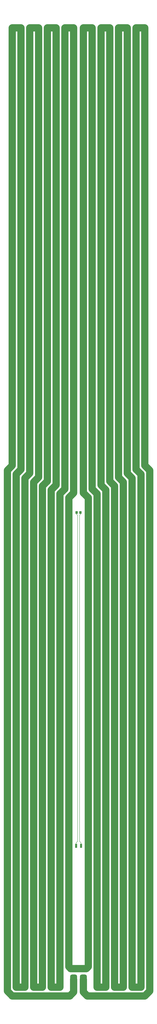
<source format=gbr>
%TF.GenerationSoftware,KiCad,Pcbnew,8.0.2*%
%TF.CreationDate,2024-06-10T17:16:30-04:00*%
%TF.ProjectId,heater,68656174-6572-42e6-9b69-6361645f7063,rev?*%
%TF.SameCoordinates,Original*%
%TF.FileFunction,Copper,L1,Top*%
%TF.FilePolarity,Positive*%
%FSLAX46Y46*%
G04 Gerber Fmt 4.6, Leading zero omitted, Abs format (unit mm)*
G04 Created by KiCad (PCBNEW 8.0.2) date 2024-06-10 17:16:30*
%MOMM*%
%LPD*%
G01*
G04 APERTURE LIST*
G04 Aperture macros list*
%AMRoundRect*
0 Rectangle with rounded corners*
0 $1 Rounding radius*
0 $2 $3 $4 $5 $6 $7 $8 $9 X,Y pos of 4 corners*
0 Add a 4 corners polygon primitive as box body*
4,1,4,$2,$3,$4,$5,$6,$7,$8,$9,$2,$3,0*
0 Add four circle primitives for the rounded corners*
1,1,$1+$1,$2,$3*
1,1,$1+$1,$4,$5*
1,1,$1+$1,$6,$7*
1,1,$1+$1,$8,$9*
0 Add four rect primitives between the rounded corners*
20,1,$1+$1,$2,$3,$4,$5,0*
20,1,$1+$1,$4,$5,$6,$7,0*
20,1,$1+$1,$6,$7,$8,$9,0*
20,1,$1+$1,$8,$9,$2,$3,0*%
G04 Aperture macros list end*
%TA.AperFunction,SMDPad,CuDef*%
%ADD10RoundRect,0.250000X0.350000X0.450000X-0.350000X0.450000X-0.350000X-0.450000X0.350000X-0.450000X0*%
%TD*%
%TA.AperFunction,SMDPad,CuDef*%
%ADD11RoundRect,0.875000X0.875000X1.625000X-0.875000X1.625000X-0.875000X-1.625000X0.875000X-1.625000X0*%
%TD*%
%TA.AperFunction,SMDPad,CuDef*%
%ADD12R,1.000000X2.000000*%
%TD*%
%TA.AperFunction,Conductor*%
%ADD13C,3.711000*%
%TD*%
%TA.AperFunction,Conductor*%
%ADD14C,0.203200*%
%TD*%
G04 APERTURE END LIST*
D10*
%TO.P,TH1,1*%
%TO.N,Net-(J2-Pin_1)*%
X441000000Y-300000000D03*
%TO.P,TH1,2*%
%TO.N,Net-(J2-Pin_2)*%
X439000000Y-300000000D03*
%TD*%
D11*
%TO.P,J1,1,Pin_1*%
%TO.N,Net-(J1-Pin_1)*%
X442500000Y-538500000D03*
%TO.P,J1,2,Pin_2*%
X437500000Y-538500000D03*
%TD*%
D12*
%TO.P,J2,1,Pin_1*%
%TO.N,Net-(J2-Pin_1)*%
X441270000Y-470275000D03*
%TO.P,J2,2,Pin_2*%
%TO.N,Net-(J2-Pin_2)*%
X438730000Y-470275000D03*
%TD*%
D13*
%TO.N,Net-(J1-Pin_1)*%
X415000000Y-52500000D02*
X415000000Y-280000000D01*
X474000000Y-547000000D02*
X476500000Y-544500000D01*
X410500000Y-52500000D02*
X406000000Y-52500000D01*
X403500000Y-544500000D02*
X406000000Y-547000000D01*
X463000000Y-542500000D02*
X458500000Y-542500000D01*
X412500000Y-542500000D02*
X408000000Y-542500000D01*
X406000000Y-547000000D02*
X435500000Y-547000000D01*
X435000000Y-292500000D02*
X437500000Y-290000000D01*
X456000000Y-284000000D02*
X456000000Y-52500000D01*
X451500000Y-52500000D02*
X451500000Y-286000000D01*
X456000000Y-52500000D02*
X451500000Y-52500000D01*
X442500000Y-545000000D02*
X444500000Y-547000000D01*
X454000000Y-288500000D02*
X454000000Y-542500000D01*
X412500000Y-282500000D02*
X412500000Y-542500000D01*
X447000000Y-288000000D02*
X447000000Y-52500000D01*
X465000000Y-52500000D02*
X460500000Y-52500000D01*
X445000000Y-292500000D02*
X445000000Y-532000000D01*
X463000000Y-284500000D02*
X463000000Y-542500000D01*
X417000000Y-284500000D02*
X419500000Y-282000000D01*
X403500000Y-278500000D02*
X403500000Y-544500000D01*
X460500000Y-52500000D02*
X460500000Y-282000000D01*
X451500000Y-286000000D02*
X454000000Y-288500000D01*
X406000000Y-276000000D02*
X403500000Y-278500000D01*
X437500000Y-52500000D02*
X433000000Y-52500000D01*
X419500000Y-282000000D02*
X419500000Y-52500000D01*
X435500000Y-547000000D02*
X437500000Y-545000000D01*
X469500000Y-52500000D02*
X469500000Y-278000000D01*
X447000000Y-52500000D02*
X442500000Y-52500000D01*
X474000000Y-52500000D02*
X469500000Y-52500000D01*
X424000000Y-52500000D02*
X424000000Y-284000000D01*
X467500000Y-282500000D02*
X465000000Y-280000000D01*
X428500000Y-286000000D02*
X428500000Y-52500000D01*
X445000000Y-532000000D02*
X444000000Y-533000000D01*
X424000000Y-284000000D02*
X421500000Y-286500000D01*
X408000000Y-280500000D02*
X410500000Y-278000000D01*
X476500000Y-544500000D02*
X476500000Y-278500000D01*
X430500000Y-290500000D02*
X430500000Y-542500000D01*
X449500000Y-542500000D02*
X449500000Y-290500000D01*
X460500000Y-282000000D02*
X463000000Y-284500000D01*
X442500000Y-545000000D02*
X442500000Y-538500000D01*
X421500000Y-286500000D02*
X421500000Y-542500000D01*
X408000000Y-542500000D02*
X408000000Y-280500000D01*
X444000000Y-533000000D02*
X436000000Y-533000000D01*
X436000000Y-533000000D02*
X435000000Y-532000000D01*
X410500000Y-278000000D02*
X410500000Y-52500000D01*
X415000000Y-280000000D02*
X412500000Y-282500000D01*
X444500000Y-547000000D02*
X474000000Y-547000000D01*
X454000000Y-542500000D02*
X449500000Y-542500000D01*
X474000000Y-276000000D02*
X474000000Y-52500000D01*
X435000000Y-532000000D02*
X435000000Y-292500000D01*
X472000000Y-280500000D02*
X472000000Y-542500000D01*
X437500000Y-290000000D02*
X437500000Y-52500000D01*
X469500000Y-278000000D02*
X472000000Y-280500000D01*
X419500000Y-52500000D02*
X415000000Y-52500000D01*
X476500000Y-278500000D02*
X474000000Y-276000000D01*
X437500000Y-545000000D02*
X437500000Y-538500000D01*
X467500000Y-542500000D02*
X467500000Y-282500000D01*
X442500000Y-290000000D02*
X445000000Y-292500000D01*
X430500000Y-542500000D02*
X426000000Y-542500000D01*
X406000000Y-52500000D02*
X406000000Y-276000000D01*
X433000000Y-288000000D02*
X430500000Y-290500000D01*
X458500000Y-542500000D02*
X458500000Y-286500000D01*
X428500000Y-52500000D02*
X424000000Y-52500000D01*
X421500000Y-542500000D02*
X417000000Y-542500000D01*
X465000000Y-280000000D02*
X465000000Y-52500000D01*
X426000000Y-288500000D02*
X428500000Y-286000000D01*
X426000000Y-542500000D02*
X426000000Y-288500000D01*
X449500000Y-290500000D02*
X447000000Y-288000000D01*
X472000000Y-542500000D02*
X467500000Y-542500000D01*
X458500000Y-286500000D02*
X456000000Y-284000000D01*
X433000000Y-52500000D02*
X433000000Y-288000000D01*
X442500000Y-52500000D02*
X442500000Y-290000000D01*
X417000000Y-542500000D02*
X417000000Y-284500000D01*
D14*
%TO.N,Net-(J2-Pin_1)*%
X440500000Y-468000000D02*
X441270000Y-468770000D01*
X440500000Y-301500000D02*
X440500000Y-468000000D01*
X441000000Y-301000000D02*
X440500000Y-301500000D01*
X441270000Y-468770000D02*
X441270000Y-470275000D01*
X441000000Y-300000000D02*
X441000000Y-301000000D01*
%TO.N,Net-(J2-Pin_2)*%
X439000000Y-301000000D02*
X439500000Y-301500000D01*
X439500000Y-301500000D02*
X439500000Y-468000000D01*
X439500000Y-468000000D02*
X438730000Y-468770000D01*
X438730000Y-468770000D02*
X438730000Y-470275000D01*
X439000000Y-300000000D02*
X439000000Y-301000000D01*
%TD*%
M02*

</source>
